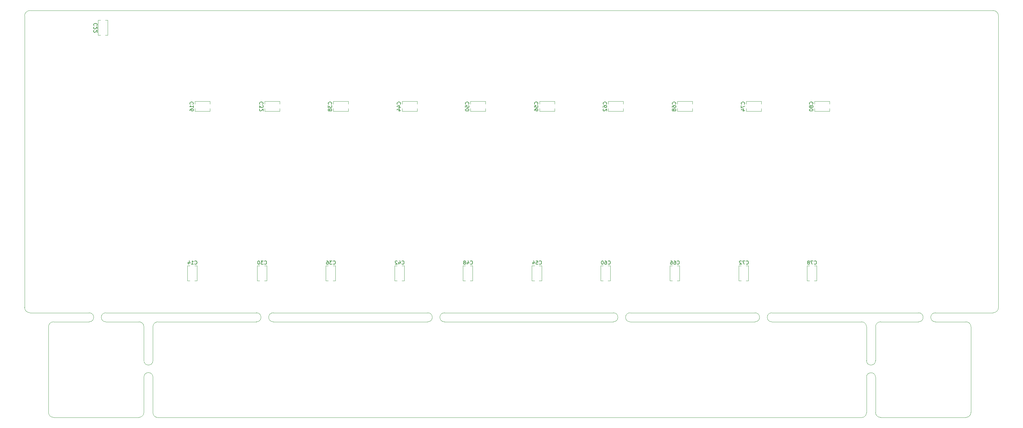
<source format=gbr>
G04 #@! TF.GenerationSoftware,KiCad,Pcbnew,(5.1.0)-1*
G04 #@! TF.CreationDate,2020-06-01T21:20:53-04:00*
G04 #@! TF.ProjectId,NixieAnalyzer,4e697869-6541-46e6-916c-797a65722e6b,rev?*
G04 #@! TF.SameCoordinates,Original*
G04 #@! TF.FileFunction,Legend,Bot*
G04 #@! TF.FilePolarity,Positive*
%FSLAX46Y46*%
G04 Gerber Fmt 4.6, Leading zero omitted, Abs format (unit mm)*
G04 Created by KiCad (PCBNEW (5.1.0)-1) date 2020-06-01 21:20:53*
%MOMM*%
%LPD*%
G04 APERTURE LIST*
%ADD10C,0.120000*%
%ADD11C,0.150000*%
G04 APERTURE END LIST*
D10*
X318452500Y-174053500D02*
G75*
G02X320992500Y-174053500I1270000J0D01*
G01*
X320992500Y-169354500D02*
G75*
G02X318452500Y-169354500I-1270000J0D01*
G01*
X337820000Y-158432500D02*
G75*
G02X337820000Y-155892500I0J1270000D01*
G01*
X333121000Y-155892500D02*
G75*
G02X333121000Y-158432500I0J-1270000D01*
G01*
X291782500Y-158432500D02*
G75*
G02X291782500Y-155892500I0J1270000D01*
G01*
X287083500Y-155892500D02*
G75*
G02X287083500Y-158432500I0J-1270000D01*
G01*
X247205500Y-155892500D02*
G75*
G02X247205500Y-158432500I0J-1270000D01*
G01*
X251904500Y-158432500D02*
G75*
G02X251904500Y-155892500I0J1270000D01*
G01*
X115062000Y-174034000D02*
G75*
G02X117602000Y-174034000I1270000J44000D01*
G01*
X117602000Y-169354500D02*
G75*
G02X115062000Y-169354500I-1270000J0D01*
G01*
X99651000Y-155892500D02*
G75*
G02X99651000Y-158432500I0J-1270000D01*
G01*
X104330500Y-158432500D02*
G75*
G02X104330500Y-155892500I0J1270000D01*
G01*
X151447500Y-158432500D02*
G75*
G02X151447500Y-155892500I0J1270000D01*
G01*
X146748500Y-155892500D02*
G75*
G02X146748500Y-158432500I0J-1270000D01*
G01*
X199644000Y-158432500D02*
G75*
G02X199644000Y-155892500I0J1270000D01*
G01*
X194964500Y-155892500D02*
G75*
G02X194964500Y-158432500I0J-1270000D01*
G01*
X81470500Y-72263000D02*
G75*
G02X82994500Y-70739000I1524000J0D01*
G01*
X354076000Y-70739000D02*
G75*
G02X355600000Y-72263000I0J-1524000D01*
G01*
X355600000Y-154368500D02*
G75*
G02X354076000Y-155892500I-1524000J0D01*
G01*
X82994500Y-155892500D02*
G75*
G02X81470500Y-154368500I0J1524000D01*
G01*
X337820000Y-158432500D02*
X346456000Y-158432500D01*
X333121000Y-158432500D02*
X322389500Y-158432500D01*
X331343000Y-155892500D02*
X333121000Y-155892500D01*
X320992500Y-169354500D02*
X320992500Y-161905500D01*
X320992500Y-183959500D02*
X320992500Y-174053500D01*
X318452500Y-174053500D02*
X318452500Y-184023000D01*
X318452500Y-159829500D02*
X318452500Y-169354500D01*
X291782500Y-158432500D02*
X317055500Y-158432500D01*
X251904500Y-158432500D02*
X287083500Y-158432500D01*
X199644000Y-158432500D02*
X247205500Y-158432500D01*
X151447500Y-158432500D02*
X194964500Y-158432500D01*
X118999000Y-158432500D02*
X146748500Y-158432500D01*
X117602000Y-169354500D02*
X117602000Y-159829500D01*
X117602000Y-184023000D02*
X117602000Y-174034000D01*
X115062000Y-174034000D02*
X115062000Y-183959500D01*
X115062000Y-159829500D02*
X115062000Y-169354500D01*
X104330500Y-158432500D02*
X113665000Y-158432500D01*
X99651000Y-158432500D02*
X89598500Y-158432500D01*
X337820000Y-155892500D02*
X354076000Y-155892500D01*
X291782500Y-155892500D02*
X331343000Y-155892500D01*
X251904500Y-155892500D02*
X287083500Y-155892500D01*
X199644000Y-155892500D02*
X247205500Y-155892500D01*
X151447500Y-155892500D02*
X194964500Y-155892500D01*
X104330500Y-155892500D02*
X146748500Y-155892500D01*
X82994500Y-155892500D02*
X99651000Y-155892500D01*
X81470500Y-72263000D02*
X81470500Y-154368500D01*
X354076000Y-70739000D02*
X82994500Y-70739000D01*
X355600000Y-154368500D02*
X355600000Y-72263000D01*
X322389500Y-185356500D02*
X346456000Y-185356500D01*
X322389500Y-185356500D02*
G75*
G02X320992500Y-183959500I0J1397000D01*
G01*
X347853000Y-183959500D02*
G75*
G02X346456000Y-185356500I-1397000J0D01*
G01*
X346456000Y-158432500D02*
G75*
G02X347853000Y-159829500I0J-1397000D01*
G01*
X347853000Y-159829500D02*
X347853000Y-183959500D01*
X320992500Y-161905500D02*
X320992500Y-159829500D01*
X320992500Y-159829500D02*
G75*
G02X322389500Y-158432500I1397000J0D01*
G01*
X88201500Y-159829500D02*
G75*
G02X89598500Y-158432500I1397000J0D01*
G01*
X89598500Y-185356500D02*
G75*
G02X88201500Y-183959500I0J1397000D01*
G01*
X115062000Y-183959500D02*
G75*
G02X113665000Y-185356500I-1397000J0D01*
G01*
X113665000Y-158432500D02*
G75*
G02X115062000Y-159829500I0J-1397000D01*
G01*
X88201500Y-161925000D02*
X88201500Y-159829500D01*
X89598500Y-185356500D02*
X113665000Y-185356500D01*
X88201500Y-161925000D02*
X88201500Y-183959500D01*
X317055500Y-158432500D02*
G75*
G02X318452500Y-159829500I0J-1397000D01*
G01*
X318452500Y-184023000D02*
G75*
G02X317055500Y-185420000I-1397000J0D01*
G01*
X118999000Y-185420000D02*
G75*
G02X117602000Y-184023000I0J1397000D01*
G01*
X117602000Y-159829500D02*
G75*
G02X118999000Y-158432500I1397000J0D01*
G01*
X118999000Y-185420000D02*
X123444000Y-185420000D01*
X123444000Y-185420000D02*
X317055500Y-185420000D01*
X303801500Y-99089530D02*
X308041500Y-99089530D01*
X303801500Y-96349530D02*
X308041500Y-96349530D01*
X303801500Y-99089530D02*
X303801500Y-98384530D01*
X303801500Y-97054530D02*
X303801500Y-96349530D01*
X308041500Y-99089530D02*
X308041500Y-98384530D01*
X308041500Y-97054530D02*
X308041500Y-96349530D01*
X301674000Y-142633030D02*
X301674000Y-146873030D01*
X304414000Y-142633030D02*
X304414000Y-146873030D01*
X301674000Y-142633030D02*
X302379000Y-142633030D01*
X303709000Y-142633030D02*
X304414000Y-142633030D01*
X301674000Y-146873030D02*
X302379000Y-146873030D01*
X303709000Y-146873030D02*
X304414000Y-146873030D01*
X284624500Y-99090530D02*
X288864500Y-99090530D01*
X284624500Y-96350530D02*
X288864500Y-96350530D01*
X284624500Y-99090530D02*
X284624500Y-98385530D01*
X284624500Y-97055530D02*
X284624500Y-96350530D01*
X288864500Y-99090530D02*
X288864500Y-98385530D01*
X288864500Y-97055530D02*
X288864500Y-96350530D01*
X282497000Y-142634030D02*
X282497000Y-146874030D01*
X285237000Y-142634030D02*
X285237000Y-146874030D01*
X282497000Y-142634030D02*
X283202000Y-142634030D01*
X284532000Y-142634030D02*
X285237000Y-142634030D01*
X282497000Y-146874030D02*
X283202000Y-146874030D01*
X284532000Y-146874030D02*
X285237000Y-146874030D01*
X265202500Y-99089530D02*
X269442500Y-99089530D01*
X265202500Y-96349530D02*
X269442500Y-96349530D01*
X265202500Y-99089530D02*
X265202500Y-98384530D01*
X265202500Y-97054530D02*
X265202500Y-96349530D01*
X269442500Y-99089530D02*
X269442500Y-98384530D01*
X269442500Y-97054530D02*
X269442500Y-96349530D01*
X263075000Y-142633030D02*
X263075000Y-146873030D01*
X265815000Y-142633030D02*
X265815000Y-146873030D01*
X263075000Y-142633030D02*
X263780000Y-142633030D01*
X265110000Y-142633030D02*
X265815000Y-142633030D01*
X263075000Y-146873030D02*
X263780000Y-146873030D01*
X265110000Y-146873030D02*
X265815000Y-146873030D01*
X245762500Y-99091530D02*
X250002500Y-99091530D01*
X245762500Y-96351530D02*
X250002500Y-96351530D01*
X245762500Y-99091530D02*
X245762500Y-98386530D01*
X245762500Y-97056530D02*
X245762500Y-96351530D01*
X250002500Y-99091530D02*
X250002500Y-98386530D01*
X250002500Y-97056530D02*
X250002500Y-96351530D01*
X243635000Y-142635030D02*
X243635000Y-146875030D01*
X246375000Y-142635030D02*
X246375000Y-146875030D01*
X243635000Y-142635030D02*
X244340000Y-142635030D01*
X245670000Y-142635030D02*
X246375000Y-142635030D01*
X243635000Y-146875030D02*
X244340000Y-146875030D01*
X245670000Y-146875030D02*
X246375000Y-146875030D01*
X226404000Y-99090530D02*
X230644000Y-99090530D01*
X226404000Y-96350530D02*
X230644000Y-96350530D01*
X226404000Y-99090530D02*
X226404000Y-98385530D01*
X226404000Y-97055530D02*
X226404000Y-96350530D01*
X230644000Y-99090530D02*
X230644000Y-98385530D01*
X230644000Y-97055530D02*
X230644000Y-96350530D01*
X224276500Y-142634030D02*
X224276500Y-146874030D01*
X227016500Y-142634030D02*
X227016500Y-146874030D01*
X224276500Y-142634030D02*
X224981500Y-142634030D01*
X226311500Y-142634030D02*
X227016500Y-142634030D01*
X224276500Y-146874030D02*
X224981500Y-146874030D01*
X226311500Y-146874030D02*
X227016500Y-146874030D01*
X206982000Y-99089530D02*
X211222000Y-99089530D01*
X206982000Y-96349530D02*
X211222000Y-96349530D01*
X206982000Y-99089530D02*
X206982000Y-98384530D01*
X206982000Y-97054530D02*
X206982000Y-96349530D01*
X211222000Y-99089530D02*
X211222000Y-98384530D01*
X211222000Y-97054530D02*
X211222000Y-96349530D01*
X204854500Y-142633030D02*
X204854500Y-146873030D01*
X207594500Y-142633030D02*
X207594500Y-146873030D01*
X204854500Y-142633030D02*
X205559500Y-142633030D01*
X206889500Y-142633030D02*
X207594500Y-142633030D01*
X204854500Y-146873030D02*
X205559500Y-146873030D01*
X206889500Y-146873030D02*
X207594500Y-146873030D01*
X187732500Y-99091530D02*
X191972500Y-99091530D01*
X187732500Y-96351530D02*
X191972500Y-96351530D01*
X187732500Y-99091530D02*
X187732500Y-98386530D01*
X187732500Y-97056530D02*
X187732500Y-96351530D01*
X191972500Y-99091530D02*
X191972500Y-98386530D01*
X191972500Y-97056530D02*
X191972500Y-96351530D01*
X185605000Y-142635030D02*
X185605000Y-146875030D01*
X188345000Y-142635030D02*
X188345000Y-146875030D01*
X185605000Y-142635030D02*
X186310000Y-142635030D01*
X187640000Y-142635030D02*
X188345000Y-142635030D01*
X185605000Y-146875030D02*
X186310000Y-146875030D01*
X187640000Y-146875030D02*
X188345000Y-146875030D01*
X168374000Y-99090530D02*
X172614000Y-99090530D01*
X168374000Y-96350530D02*
X172614000Y-96350530D01*
X168374000Y-99090530D02*
X168374000Y-98385530D01*
X168374000Y-97055530D02*
X168374000Y-96350530D01*
X172614000Y-99090530D02*
X172614000Y-98385530D01*
X172614000Y-97055530D02*
X172614000Y-96350530D01*
X166246500Y-142634030D02*
X166246500Y-146874030D01*
X168986500Y-142634030D02*
X168986500Y-146874030D01*
X166246500Y-142634030D02*
X166951500Y-142634030D01*
X168281500Y-142634030D02*
X168986500Y-142634030D01*
X166246500Y-146874030D02*
X166951500Y-146874030D01*
X168281500Y-146874030D02*
X168986500Y-146874030D01*
X149030000Y-99082530D02*
X153270000Y-99082530D01*
X149030000Y-96342530D02*
X153270000Y-96342530D01*
X149030000Y-99082530D02*
X149030000Y-98377530D01*
X149030000Y-97047530D02*
X149030000Y-96342530D01*
X153270000Y-99082530D02*
X153270000Y-98377530D01*
X153270000Y-97047530D02*
X153270000Y-96342530D01*
X146902500Y-142626030D02*
X146902500Y-146866030D01*
X149642500Y-142626030D02*
X149642500Y-146866030D01*
X146902500Y-142626030D02*
X147607500Y-142626030D01*
X148937500Y-142626030D02*
X149642500Y-142626030D01*
X146902500Y-146866030D02*
X147607500Y-146866030D01*
X148937500Y-146866030D02*
X149642500Y-146866030D01*
X129408500Y-99082530D02*
X133648500Y-99082530D01*
X129408500Y-96342530D02*
X133648500Y-96342530D01*
X129408500Y-99082530D02*
X129408500Y-98377530D01*
X129408500Y-97047530D02*
X129408500Y-96342530D01*
X133648500Y-99082530D02*
X133648500Y-98377530D01*
X133648500Y-97047530D02*
X133648500Y-96342530D01*
X104875000Y-77728500D02*
X104875000Y-73488500D01*
X102135000Y-77728500D02*
X102135000Y-73488500D01*
X104875000Y-77728500D02*
X104170000Y-77728500D01*
X102840000Y-77728500D02*
X102135000Y-77728500D01*
X104875000Y-73488500D02*
X104170000Y-73488500D01*
X102840000Y-73488500D02*
X102135000Y-73488500D01*
X127281000Y-142626030D02*
X127281000Y-146866030D01*
X130021000Y-142626030D02*
X130021000Y-146866030D01*
X127281000Y-142626030D02*
X127986000Y-142626030D01*
X129316000Y-142626030D02*
X130021000Y-142626030D01*
X127281000Y-146866030D02*
X127986000Y-146866030D01*
X129316000Y-146866030D02*
X130021000Y-146866030D01*
D11*
X303274142Y-97140172D02*
X303321761Y-97092553D01*
X303369380Y-96949696D01*
X303369380Y-96854458D01*
X303321761Y-96711601D01*
X303226523Y-96616363D01*
X303131285Y-96568744D01*
X302940809Y-96521125D01*
X302797952Y-96521125D01*
X302607476Y-96568744D01*
X302512238Y-96616363D01*
X302417000Y-96711601D01*
X302369380Y-96854458D01*
X302369380Y-96949696D01*
X302417000Y-97092553D01*
X302464619Y-97140172D01*
X302797952Y-97711601D02*
X302750333Y-97616363D01*
X302702714Y-97568744D01*
X302607476Y-97521125D01*
X302559857Y-97521125D01*
X302464619Y-97568744D01*
X302417000Y-97616363D01*
X302369380Y-97711601D01*
X302369380Y-97902077D01*
X302417000Y-97997315D01*
X302464619Y-98044934D01*
X302559857Y-98092553D01*
X302607476Y-98092553D01*
X302702714Y-98044934D01*
X302750333Y-97997315D01*
X302797952Y-97902077D01*
X302797952Y-97711601D01*
X302845571Y-97616363D01*
X302893190Y-97568744D01*
X302988428Y-97521125D01*
X303178904Y-97521125D01*
X303274142Y-97568744D01*
X303321761Y-97616363D01*
X303369380Y-97711601D01*
X303369380Y-97902077D01*
X303321761Y-97997315D01*
X303274142Y-98044934D01*
X303178904Y-98092553D01*
X302988428Y-98092553D01*
X302893190Y-98044934D01*
X302845571Y-97997315D01*
X302797952Y-97902077D01*
X302369380Y-98711601D02*
X302369380Y-98806839D01*
X302417000Y-98902077D01*
X302464619Y-98949696D01*
X302559857Y-98997315D01*
X302750333Y-99044934D01*
X302988428Y-99044934D01*
X303178904Y-98997315D01*
X303274142Y-98949696D01*
X303321761Y-98902077D01*
X303369380Y-98806839D01*
X303369380Y-98711601D01*
X303321761Y-98616363D01*
X303274142Y-98568744D01*
X303178904Y-98521125D01*
X302988428Y-98473506D01*
X302750333Y-98473506D01*
X302559857Y-98521125D01*
X302464619Y-98568744D01*
X302417000Y-98616363D01*
X302369380Y-98711601D01*
X303750357Y-142145672D02*
X303797976Y-142193291D01*
X303940833Y-142240910D01*
X304036071Y-142240910D01*
X304178928Y-142193291D01*
X304274166Y-142098053D01*
X304321785Y-142002815D01*
X304369404Y-141812339D01*
X304369404Y-141669482D01*
X304321785Y-141479006D01*
X304274166Y-141383768D01*
X304178928Y-141288530D01*
X304036071Y-141240910D01*
X303940833Y-141240910D01*
X303797976Y-141288530D01*
X303750357Y-141336149D01*
X303417023Y-141240910D02*
X302750357Y-141240910D01*
X303178928Y-142240910D01*
X302226547Y-141669482D02*
X302321785Y-141621863D01*
X302369404Y-141574244D01*
X302417023Y-141479006D01*
X302417023Y-141431387D01*
X302369404Y-141336149D01*
X302321785Y-141288530D01*
X302226547Y-141240910D01*
X302036071Y-141240910D01*
X301940833Y-141288530D01*
X301893214Y-141336149D01*
X301845595Y-141431387D01*
X301845595Y-141479006D01*
X301893214Y-141574244D01*
X301940833Y-141621863D01*
X302036071Y-141669482D01*
X302226547Y-141669482D01*
X302321785Y-141717101D01*
X302369404Y-141764720D01*
X302417023Y-141859958D01*
X302417023Y-142050434D01*
X302369404Y-142145672D01*
X302321785Y-142193291D01*
X302226547Y-142240910D01*
X302036071Y-142240910D01*
X301940833Y-142193291D01*
X301893214Y-142145672D01*
X301845595Y-142050434D01*
X301845595Y-141859958D01*
X301893214Y-141764720D01*
X301940833Y-141717101D01*
X302036071Y-141669482D01*
X284097142Y-97141172D02*
X284144761Y-97093553D01*
X284192380Y-96950696D01*
X284192380Y-96855458D01*
X284144761Y-96712601D01*
X284049523Y-96617363D01*
X283954285Y-96569744D01*
X283763809Y-96522125D01*
X283620952Y-96522125D01*
X283430476Y-96569744D01*
X283335238Y-96617363D01*
X283240000Y-96712601D01*
X283192380Y-96855458D01*
X283192380Y-96950696D01*
X283240000Y-97093553D01*
X283287619Y-97141172D01*
X283192380Y-97474506D02*
X283192380Y-98141172D01*
X284192380Y-97712601D01*
X283525714Y-98950696D02*
X284192380Y-98950696D01*
X283144761Y-98712601D02*
X283859047Y-98474506D01*
X283859047Y-99093553D01*
X284573357Y-142146672D02*
X284620976Y-142194291D01*
X284763833Y-142241910D01*
X284859071Y-142241910D01*
X285001928Y-142194291D01*
X285097166Y-142099053D01*
X285144785Y-142003815D01*
X285192404Y-141813339D01*
X285192404Y-141670482D01*
X285144785Y-141480006D01*
X285097166Y-141384768D01*
X285001928Y-141289530D01*
X284859071Y-141241910D01*
X284763833Y-141241910D01*
X284620976Y-141289530D01*
X284573357Y-141337149D01*
X284240023Y-141241910D02*
X283573357Y-141241910D01*
X284001928Y-142241910D01*
X283240023Y-141337149D02*
X283192404Y-141289530D01*
X283097166Y-141241910D01*
X282859071Y-141241910D01*
X282763833Y-141289530D01*
X282716214Y-141337149D01*
X282668595Y-141432387D01*
X282668595Y-141527625D01*
X282716214Y-141670482D01*
X283287642Y-142241910D01*
X282668595Y-142241910D01*
X264675142Y-97140172D02*
X264722761Y-97092553D01*
X264770380Y-96949696D01*
X264770380Y-96854458D01*
X264722761Y-96711601D01*
X264627523Y-96616363D01*
X264532285Y-96568744D01*
X264341809Y-96521125D01*
X264198952Y-96521125D01*
X264008476Y-96568744D01*
X263913238Y-96616363D01*
X263818000Y-96711601D01*
X263770380Y-96854458D01*
X263770380Y-96949696D01*
X263818000Y-97092553D01*
X263865619Y-97140172D01*
X263770380Y-97997315D02*
X263770380Y-97806839D01*
X263818000Y-97711601D01*
X263865619Y-97663982D01*
X264008476Y-97568744D01*
X264198952Y-97521125D01*
X264579904Y-97521125D01*
X264675142Y-97568744D01*
X264722761Y-97616363D01*
X264770380Y-97711601D01*
X264770380Y-97902077D01*
X264722761Y-97997315D01*
X264675142Y-98044934D01*
X264579904Y-98092553D01*
X264341809Y-98092553D01*
X264246571Y-98044934D01*
X264198952Y-97997315D01*
X264151333Y-97902077D01*
X264151333Y-97711601D01*
X264198952Y-97616363D01*
X264246571Y-97568744D01*
X264341809Y-97521125D01*
X264198952Y-98663982D02*
X264151333Y-98568744D01*
X264103714Y-98521125D01*
X264008476Y-98473506D01*
X263960857Y-98473506D01*
X263865619Y-98521125D01*
X263818000Y-98568744D01*
X263770380Y-98663982D01*
X263770380Y-98854458D01*
X263818000Y-98949696D01*
X263865619Y-98997315D01*
X263960857Y-99044934D01*
X264008476Y-99044934D01*
X264103714Y-98997315D01*
X264151333Y-98949696D01*
X264198952Y-98854458D01*
X264198952Y-98663982D01*
X264246571Y-98568744D01*
X264294190Y-98521125D01*
X264389428Y-98473506D01*
X264579904Y-98473506D01*
X264675142Y-98521125D01*
X264722761Y-98568744D01*
X264770380Y-98663982D01*
X264770380Y-98854458D01*
X264722761Y-98949696D01*
X264675142Y-98997315D01*
X264579904Y-99044934D01*
X264389428Y-99044934D01*
X264294190Y-98997315D01*
X264246571Y-98949696D01*
X264198952Y-98854458D01*
X265151357Y-142145672D02*
X265198976Y-142193291D01*
X265341833Y-142240910D01*
X265437071Y-142240910D01*
X265579928Y-142193291D01*
X265675166Y-142098053D01*
X265722785Y-142002815D01*
X265770404Y-141812339D01*
X265770404Y-141669482D01*
X265722785Y-141479006D01*
X265675166Y-141383768D01*
X265579928Y-141288530D01*
X265437071Y-141240910D01*
X265341833Y-141240910D01*
X265198976Y-141288530D01*
X265151357Y-141336149D01*
X264294214Y-141240910D02*
X264484690Y-141240910D01*
X264579928Y-141288530D01*
X264627547Y-141336149D01*
X264722785Y-141479006D01*
X264770404Y-141669482D01*
X264770404Y-142050434D01*
X264722785Y-142145672D01*
X264675166Y-142193291D01*
X264579928Y-142240910D01*
X264389452Y-142240910D01*
X264294214Y-142193291D01*
X264246595Y-142145672D01*
X264198976Y-142050434D01*
X264198976Y-141812339D01*
X264246595Y-141717101D01*
X264294214Y-141669482D01*
X264389452Y-141621863D01*
X264579928Y-141621863D01*
X264675166Y-141669482D01*
X264722785Y-141717101D01*
X264770404Y-141812339D01*
X263341833Y-141240910D02*
X263532309Y-141240910D01*
X263627547Y-141288530D01*
X263675166Y-141336149D01*
X263770404Y-141479006D01*
X263818023Y-141669482D01*
X263818023Y-142050434D01*
X263770404Y-142145672D01*
X263722785Y-142193291D01*
X263627547Y-142240910D01*
X263437071Y-142240910D01*
X263341833Y-142193291D01*
X263294214Y-142145672D01*
X263246595Y-142050434D01*
X263246595Y-141812339D01*
X263294214Y-141717101D01*
X263341833Y-141669482D01*
X263437071Y-141621863D01*
X263627547Y-141621863D01*
X263722785Y-141669482D01*
X263770404Y-141717101D01*
X263818023Y-141812339D01*
X245235142Y-97142172D02*
X245282761Y-97094553D01*
X245330380Y-96951696D01*
X245330380Y-96856458D01*
X245282761Y-96713601D01*
X245187523Y-96618363D01*
X245092285Y-96570744D01*
X244901809Y-96523125D01*
X244758952Y-96523125D01*
X244568476Y-96570744D01*
X244473238Y-96618363D01*
X244378000Y-96713601D01*
X244330380Y-96856458D01*
X244330380Y-96951696D01*
X244378000Y-97094553D01*
X244425619Y-97142172D01*
X244330380Y-97999315D02*
X244330380Y-97808839D01*
X244378000Y-97713601D01*
X244425619Y-97665982D01*
X244568476Y-97570744D01*
X244758952Y-97523125D01*
X245139904Y-97523125D01*
X245235142Y-97570744D01*
X245282761Y-97618363D01*
X245330380Y-97713601D01*
X245330380Y-97904077D01*
X245282761Y-97999315D01*
X245235142Y-98046934D01*
X245139904Y-98094553D01*
X244901809Y-98094553D01*
X244806571Y-98046934D01*
X244758952Y-97999315D01*
X244711333Y-97904077D01*
X244711333Y-97713601D01*
X244758952Y-97618363D01*
X244806571Y-97570744D01*
X244901809Y-97523125D01*
X244425619Y-98475506D02*
X244378000Y-98523125D01*
X244330380Y-98618363D01*
X244330380Y-98856458D01*
X244378000Y-98951696D01*
X244425619Y-98999315D01*
X244520857Y-99046934D01*
X244616095Y-99046934D01*
X244758952Y-98999315D01*
X245330380Y-98427887D01*
X245330380Y-99046934D01*
X245711357Y-142147672D02*
X245758976Y-142195291D01*
X245901833Y-142242910D01*
X245997071Y-142242910D01*
X246139928Y-142195291D01*
X246235166Y-142100053D01*
X246282785Y-142004815D01*
X246330404Y-141814339D01*
X246330404Y-141671482D01*
X246282785Y-141481006D01*
X246235166Y-141385768D01*
X246139928Y-141290530D01*
X245997071Y-141242910D01*
X245901833Y-141242910D01*
X245758976Y-141290530D01*
X245711357Y-141338149D01*
X244854214Y-141242910D02*
X245044690Y-141242910D01*
X245139928Y-141290530D01*
X245187547Y-141338149D01*
X245282785Y-141481006D01*
X245330404Y-141671482D01*
X245330404Y-142052434D01*
X245282785Y-142147672D01*
X245235166Y-142195291D01*
X245139928Y-142242910D01*
X244949452Y-142242910D01*
X244854214Y-142195291D01*
X244806595Y-142147672D01*
X244758976Y-142052434D01*
X244758976Y-141814339D01*
X244806595Y-141719101D01*
X244854214Y-141671482D01*
X244949452Y-141623863D01*
X245139928Y-141623863D01*
X245235166Y-141671482D01*
X245282785Y-141719101D01*
X245330404Y-141814339D01*
X244139928Y-141242910D02*
X244044690Y-141242910D01*
X243949452Y-141290530D01*
X243901833Y-141338149D01*
X243854214Y-141433387D01*
X243806595Y-141623863D01*
X243806595Y-141861958D01*
X243854214Y-142052434D01*
X243901833Y-142147672D01*
X243949452Y-142195291D01*
X244044690Y-142242910D01*
X244139928Y-142242910D01*
X244235166Y-142195291D01*
X244282785Y-142147672D01*
X244330404Y-142052434D01*
X244378023Y-141861958D01*
X244378023Y-141623863D01*
X244330404Y-141433387D01*
X244282785Y-141338149D01*
X244235166Y-141290530D01*
X244139928Y-141242910D01*
X225876642Y-97141172D02*
X225924261Y-97093553D01*
X225971880Y-96950696D01*
X225971880Y-96855458D01*
X225924261Y-96712601D01*
X225829023Y-96617363D01*
X225733785Y-96569744D01*
X225543309Y-96522125D01*
X225400452Y-96522125D01*
X225209976Y-96569744D01*
X225114738Y-96617363D01*
X225019500Y-96712601D01*
X224971880Y-96855458D01*
X224971880Y-96950696D01*
X225019500Y-97093553D01*
X225067119Y-97141172D01*
X224971880Y-98045934D02*
X224971880Y-97569744D01*
X225448071Y-97522125D01*
X225400452Y-97569744D01*
X225352833Y-97664982D01*
X225352833Y-97903077D01*
X225400452Y-97998315D01*
X225448071Y-98045934D01*
X225543309Y-98093553D01*
X225781404Y-98093553D01*
X225876642Y-98045934D01*
X225924261Y-97998315D01*
X225971880Y-97903077D01*
X225971880Y-97664982D01*
X225924261Y-97569744D01*
X225876642Y-97522125D01*
X224971880Y-98950696D02*
X224971880Y-98760220D01*
X225019500Y-98664982D01*
X225067119Y-98617363D01*
X225209976Y-98522125D01*
X225400452Y-98474506D01*
X225781404Y-98474506D01*
X225876642Y-98522125D01*
X225924261Y-98569744D01*
X225971880Y-98664982D01*
X225971880Y-98855458D01*
X225924261Y-98950696D01*
X225876642Y-98998315D01*
X225781404Y-99045934D01*
X225543309Y-99045934D01*
X225448071Y-98998315D01*
X225400452Y-98950696D01*
X225352833Y-98855458D01*
X225352833Y-98664982D01*
X225400452Y-98569744D01*
X225448071Y-98522125D01*
X225543309Y-98474506D01*
X226352857Y-142146672D02*
X226400476Y-142194291D01*
X226543333Y-142241910D01*
X226638571Y-142241910D01*
X226781428Y-142194291D01*
X226876666Y-142099053D01*
X226924285Y-142003815D01*
X226971904Y-141813339D01*
X226971904Y-141670482D01*
X226924285Y-141480006D01*
X226876666Y-141384768D01*
X226781428Y-141289530D01*
X226638571Y-141241910D01*
X226543333Y-141241910D01*
X226400476Y-141289530D01*
X226352857Y-141337149D01*
X225448095Y-141241910D02*
X225924285Y-141241910D01*
X225971904Y-141718101D01*
X225924285Y-141670482D01*
X225829047Y-141622863D01*
X225590952Y-141622863D01*
X225495714Y-141670482D01*
X225448095Y-141718101D01*
X225400476Y-141813339D01*
X225400476Y-142051434D01*
X225448095Y-142146672D01*
X225495714Y-142194291D01*
X225590952Y-142241910D01*
X225829047Y-142241910D01*
X225924285Y-142194291D01*
X225971904Y-142146672D01*
X224543333Y-141575244D02*
X224543333Y-142241910D01*
X224781428Y-141194291D02*
X225019523Y-141908577D01*
X224400476Y-141908577D01*
X206454642Y-97140172D02*
X206502261Y-97092553D01*
X206549880Y-96949696D01*
X206549880Y-96854458D01*
X206502261Y-96711601D01*
X206407023Y-96616363D01*
X206311785Y-96568744D01*
X206121309Y-96521125D01*
X205978452Y-96521125D01*
X205787976Y-96568744D01*
X205692738Y-96616363D01*
X205597500Y-96711601D01*
X205549880Y-96854458D01*
X205549880Y-96949696D01*
X205597500Y-97092553D01*
X205645119Y-97140172D01*
X205549880Y-98044934D02*
X205549880Y-97568744D01*
X206026071Y-97521125D01*
X205978452Y-97568744D01*
X205930833Y-97663982D01*
X205930833Y-97902077D01*
X205978452Y-97997315D01*
X206026071Y-98044934D01*
X206121309Y-98092553D01*
X206359404Y-98092553D01*
X206454642Y-98044934D01*
X206502261Y-97997315D01*
X206549880Y-97902077D01*
X206549880Y-97663982D01*
X206502261Y-97568744D01*
X206454642Y-97521125D01*
X205549880Y-98711601D02*
X205549880Y-98806839D01*
X205597500Y-98902077D01*
X205645119Y-98949696D01*
X205740357Y-98997315D01*
X205930833Y-99044934D01*
X206168928Y-99044934D01*
X206359404Y-98997315D01*
X206454642Y-98949696D01*
X206502261Y-98902077D01*
X206549880Y-98806839D01*
X206549880Y-98711601D01*
X206502261Y-98616363D01*
X206454642Y-98568744D01*
X206359404Y-98521125D01*
X206168928Y-98473506D01*
X205930833Y-98473506D01*
X205740357Y-98521125D01*
X205645119Y-98568744D01*
X205597500Y-98616363D01*
X205549880Y-98711601D01*
X206930857Y-142145672D02*
X206978476Y-142193291D01*
X207121333Y-142240910D01*
X207216571Y-142240910D01*
X207359428Y-142193291D01*
X207454666Y-142098053D01*
X207502285Y-142002815D01*
X207549904Y-141812339D01*
X207549904Y-141669482D01*
X207502285Y-141479006D01*
X207454666Y-141383768D01*
X207359428Y-141288530D01*
X207216571Y-141240910D01*
X207121333Y-141240910D01*
X206978476Y-141288530D01*
X206930857Y-141336149D01*
X206073714Y-141574244D02*
X206073714Y-142240910D01*
X206311809Y-141193291D02*
X206549904Y-141907577D01*
X205930857Y-141907577D01*
X205407047Y-141669482D02*
X205502285Y-141621863D01*
X205549904Y-141574244D01*
X205597523Y-141479006D01*
X205597523Y-141431387D01*
X205549904Y-141336149D01*
X205502285Y-141288530D01*
X205407047Y-141240910D01*
X205216571Y-141240910D01*
X205121333Y-141288530D01*
X205073714Y-141336149D01*
X205026095Y-141431387D01*
X205026095Y-141479006D01*
X205073714Y-141574244D01*
X205121333Y-141621863D01*
X205216571Y-141669482D01*
X205407047Y-141669482D01*
X205502285Y-141717101D01*
X205549904Y-141764720D01*
X205597523Y-141859958D01*
X205597523Y-142050434D01*
X205549904Y-142145672D01*
X205502285Y-142193291D01*
X205407047Y-142240910D01*
X205216571Y-142240910D01*
X205121333Y-142193291D01*
X205073714Y-142145672D01*
X205026095Y-142050434D01*
X205026095Y-141859958D01*
X205073714Y-141764720D01*
X205121333Y-141717101D01*
X205216571Y-141669482D01*
X187205142Y-97142172D02*
X187252761Y-97094553D01*
X187300380Y-96951696D01*
X187300380Y-96856458D01*
X187252761Y-96713601D01*
X187157523Y-96618363D01*
X187062285Y-96570744D01*
X186871809Y-96523125D01*
X186728952Y-96523125D01*
X186538476Y-96570744D01*
X186443238Y-96618363D01*
X186348000Y-96713601D01*
X186300380Y-96856458D01*
X186300380Y-96951696D01*
X186348000Y-97094553D01*
X186395619Y-97142172D01*
X186633714Y-97999315D02*
X187300380Y-97999315D01*
X186252761Y-97761220D02*
X186967047Y-97523125D01*
X186967047Y-98142172D01*
X186633714Y-98951696D02*
X187300380Y-98951696D01*
X186252761Y-98713601D02*
X186967047Y-98475506D01*
X186967047Y-99094553D01*
X187681357Y-142147672D02*
X187728976Y-142195291D01*
X187871833Y-142242910D01*
X187967071Y-142242910D01*
X188109928Y-142195291D01*
X188205166Y-142100053D01*
X188252785Y-142004815D01*
X188300404Y-141814339D01*
X188300404Y-141671482D01*
X188252785Y-141481006D01*
X188205166Y-141385768D01*
X188109928Y-141290530D01*
X187967071Y-141242910D01*
X187871833Y-141242910D01*
X187728976Y-141290530D01*
X187681357Y-141338149D01*
X186824214Y-141576244D02*
X186824214Y-142242910D01*
X187062309Y-141195291D02*
X187300404Y-141909577D01*
X186681357Y-141909577D01*
X186348023Y-141338149D02*
X186300404Y-141290530D01*
X186205166Y-141242910D01*
X185967071Y-141242910D01*
X185871833Y-141290530D01*
X185824214Y-141338149D01*
X185776595Y-141433387D01*
X185776595Y-141528625D01*
X185824214Y-141671482D01*
X186395642Y-142242910D01*
X185776595Y-142242910D01*
X167846642Y-97141172D02*
X167894261Y-97093553D01*
X167941880Y-96950696D01*
X167941880Y-96855458D01*
X167894261Y-96712601D01*
X167799023Y-96617363D01*
X167703785Y-96569744D01*
X167513309Y-96522125D01*
X167370452Y-96522125D01*
X167179976Y-96569744D01*
X167084738Y-96617363D01*
X166989500Y-96712601D01*
X166941880Y-96855458D01*
X166941880Y-96950696D01*
X166989500Y-97093553D01*
X167037119Y-97141172D01*
X166941880Y-97474506D02*
X166941880Y-98093553D01*
X167322833Y-97760220D01*
X167322833Y-97903077D01*
X167370452Y-97998315D01*
X167418071Y-98045934D01*
X167513309Y-98093553D01*
X167751404Y-98093553D01*
X167846642Y-98045934D01*
X167894261Y-97998315D01*
X167941880Y-97903077D01*
X167941880Y-97617363D01*
X167894261Y-97522125D01*
X167846642Y-97474506D01*
X167370452Y-98664982D02*
X167322833Y-98569744D01*
X167275214Y-98522125D01*
X167179976Y-98474506D01*
X167132357Y-98474506D01*
X167037119Y-98522125D01*
X166989500Y-98569744D01*
X166941880Y-98664982D01*
X166941880Y-98855458D01*
X166989500Y-98950696D01*
X167037119Y-98998315D01*
X167132357Y-99045934D01*
X167179976Y-99045934D01*
X167275214Y-98998315D01*
X167322833Y-98950696D01*
X167370452Y-98855458D01*
X167370452Y-98664982D01*
X167418071Y-98569744D01*
X167465690Y-98522125D01*
X167560928Y-98474506D01*
X167751404Y-98474506D01*
X167846642Y-98522125D01*
X167894261Y-98569744D01*
X167941880Y-98664982D01*
X167941880Y-98855458D01*
X167894261Y-98950696D01*
X167846642Y-98998315D01*
X167751404Y-99045934D01*
X167560928Y-99045934D01*
X167465690Y-98998315D01*
X167418071Y-98950696D01*
X167370452Y-98855458D01*
X168322857Y-142146672D02*
X168370476Y-142194291D01*
X168513333Y-142241910D01*
X168608571Y-142241910D01*
X168751428Y-142194291D01*
X168846666Y-142099053D01*
X168894285Y-142003815D01*
X168941904Y-141813339D01*
X168941904Y-141670482D01*
X168894285Y-141480006D01*
X168846666Y-141384768D01*
X168751428Y-141289530D01*
X168608571Y-141241910D01*
X168513333Y-141241910D01*
X168370476Y-141289530D01*
X168322857Y-141337149D01*
X167989523Y-141241910D02*
X167370476Y-141241910D01*
X167703809Y-141622863D01*
X167560952Y-141622863D01*
X167465714Y-141670482D01*
X167418095Y-141718101D01*
X167370476Y-141813339D01*
X167370476Y-142051434D01*
X167418095Y-142146672D01*
X167465714Y-142194291D01*
X167560952Y-142241910D01*
X167846666Y-142241910D01*
X167941904Y-142194291D01*
X167989523Y-142146672D01*
X166513333Y-141241910D02*
X166703809Y-141241910D01*
X166799047Y-141289530D01*
X166846666Y-141337149D01*
X166941904Y-141480006D01*
X166989523Y-141670482D01*
X166989523Y-142051434D01*
X166941904Y-142146672D01*
X166894285Y-142194291D01*
X166799047Y-142241910D01*
X166608571Y-142241910D01*
X166513333Y-142194291D01*
X166465714Y-142146672D01*
X166418095Y-142051434D01*
X166418095Y-141813339D01*
X166465714Y-141718101D01*
X166513333Y-141670482D01*
X166608571Y-141622863D01*
X166799047Y-141622863D01*
X166894285Y-141670482D01*
X166941904Y-141718101D01*
X166989523Y-141813339D01*
X148502642Y-97133172D02*
X148550261Y-97085553D01*
X148597880Y-96942696D01*
X148597880Y-96847458D01*
X148550261Y-96704601D01*
X148455023Y-96609363D01*
X148359785Y-96561744D01*
X148169309Y-96514125D01*
X148026452Y-96514125D01*
X147835976Y-96561744D01*
X147740738Y-96609363D01*
X147645500Y-96704601D01*
X147597880Y-96847458D01*
X147597880Y-96942696D01*
X147645500Y-97085553D01*
X147693119Y-97133172D01*
X147597880Y-97466506D02*
X147597880Y-98085553D01*
X147978833Y-97752220D01*
X147978833Y-97895077D01*
X148026452Y-97990315D01*
X148074071Y-98037934D01*
X148169309Y-98085553D01*
X148407404Y-98085553D01*
X148502642Y-98037934D01*
X148550261Y-97990315D01*
X148597880Y-97895077D01*
X148597880Y-97609363D01*
X148550261Y-97514125D01*
X148502642Y-97466506D01*
X147693119Y-98466506D02*
X147645500Y-98514125D01*
X147597880Y-98609363D01*
X147597880Y-98847458D01*
X147645500Y-98942696D01*
X147693119Y-98990315D01*
X147788357Y-99037934D01*
X147883595Y-99037934D01*
X148026452Y-98990315D01*
X148597880Y-98418887D01*
X148597880Y-99037934D01*
X148978857Y-142138672D02*
X149026476Y-142186291D01*
X149169333Y-142233910D01*
X149264571Y-142233910D01*
X149407428Y-142186291D01*
X149502666Y-142091053D01*
X149550285Y-141995815D01*
X149597904Y-141805339D01*
X149597904Y-141662482D01*
X149550285Y-141472006D01*
X149502666Y-141376768D01*
X149407428Y-141281530D01*
X149264571Y-141233910D01*
X149169333Y-141233910D01*
X149026476Y-141281530D01*
X148978857Y-141329149D01*
X148645523Y-141233910D02*
X148026476Y-141233910D01*
X148359809Y-141614863D01*
X148216952Y-141614863D01*
X148121714Y-141662482D01*
X148074095Y-141710101D01*
X148026476Y-141805339D01*
X148026476Y-142043434D01*
X148074095Y-142138672D01*
X148121714Y-142186291D01*
X148216952Y-142233910D01*
X148502666Y-142233910D01*
X148597904Y-142186291D01*
X148645523Y-142138672D01*
X147407428Y-141233910D02*
X147312190Y-141233910D01*
X147216952Y-141281530D01*
X147169333Y-141329149D01*
X147121714Y-141424387D01*
X147074095Y-141614863D01*
X147074095Y-141852958D01*
X147121714Y-142043434D01*
X147169333Y-142138672D01*
X147216952Y-142186291D01*
X147312190Y-142233910D01*
X147407428Y-142233910D01*
X147502666Y-142186291D01*
X147550285Y-142138672D01*
X147597904Y-142043434D01*
X147645523Y-141852958D01*
X147645523Y-141614863D01*
X147597904Y-141424387D01*
X147550285Y-141329149D01*
X147502666Y-141281530D01*
X147407428Y-141233910D01*
X128881142Y-97133172D02*
X128928761Y-97085553D01*
X128976380Y-96942696D01*
X128976380Y-96847458D01*
X128928761Y-96704601D01*
X128833523Y-96609363D01*
X128738285Y-96561744D01*
X128547809Y-96514125D01*
X128404952Y-96514125D01*
X128214476Y-96561744D01*
X128119238Y-96609363D01*
X128024000Y-96704601D01*
X127976380Y-96847458D01*
X127976380Y-96942696D01*
X128024000Y-97085553D01*
X128071619Y-97133172D01*
X128976380Y-98085553D02*
X128976380Y-97514125D01*
X128976380Y-97799839D02*
X127976380Y-97799839D01*
X128119238Y-97704601D01*
X128214476Y-97609363D01*
X128262095Y-97514125D01*
X127976380Y-98942696D02*
X127976380Y-98752220D01*
X128024000Y-98656982D01*
X128071619Y-98609363D01*
X128214476Y-98514125D01*
X128404952Y-98466506D01*
X128785904Y-98466506D01*
X128881142Y-98514125D01*
X128928761Y-98561744D01*
X128976380Y-98656982D01*
X128976380Y-98847458D01*
X128928761Y-98942696D01*
X128881142Y-98990315D01*
X128785904Y-99037934D01*
X128547809Y-99037934D01*
X128452571Y-98990315D01*
X128404952Y-98942696D01*
X128357333Y-98847458D01*
X128357333Y-98656982D01*
X128404952Y-98561744D01*
X128452571Y-98514125D01*
X128547809Y-98466506D01*
X101830142Y-74985642D02*
X101877761Y-74938023D01*
X101925380Y-74795166D01*
X101925380Y-74699928D01*
X101877761Y-74557071D01*
X101782523Y-74461833D01*
X101687285Y-74414214D01*
X101496809Y-74366595D01*
X101353952Y-74366595D01*
X101163476Y-74414214D01*
X101068238Y-74461833D01*
X100973000Y-74557071D01*
X100925380Y-74699928D01*
X100925380Y-74795166D01*
X100973000Y-74938023D01*
X101020619Y-74985642D01*
X101020619Y-75366595D02*
X100973000Y-75414214D01*
X100925380Y-75509452D01*
X100925380Y-75747547D01*
X100973000Y-75842785D01*
X101020619Y-75890404D01*
X101115857Y-75938023D01*
X101211095Y-75938023D01*
X101353952Y-75890404D01*
X101925380Y-75318976D01*
X101925380Y-75938023D01*
X101020619Y-76318976D02*
X100973000Y-76366595D01*
X100925380Y-76461833D01*
X100925380Y-76699928D01*
X100973000Y-76795166D01*
X101020619Y-76842785D01*
X101115857Y-76890404D01*
X101211095Y-76890404D01*
X101353952Y-76842785D01*
X101925380Y-76271357D01*
X101925380Y-76890404D01*
X129357357Y-142138672D02*
X129404976Y-142186291D01*
X129547833Y-142233910D01*
X129643071Y-142233910D01*
X129785928Y-142186291D01*
X129881166Y-142091053D01*
X129928785Y-141995815D01*
X129976404Y-141805339D01*
X129976404Y-141662482D01*
X129928785Y-141472006D01*
X129881166Y-141376768D01*
X129785928Y-141281530D01*
X129643071Y-141233910D01*
X129547833Y-141233910D01*
X129404976Y-141281530D01*
X129357357Y-141329149D01*
X128404976Y-142233910D02*
X128976404Y-142233910D01*
X128690690Y-142233910D02*
X128690690Y-141233910D01*
X128785928Y-141376768D01*
X128881166Y-141472006D01*
X128976404Y-141519625D01*
X127547833Y-141567244D02*
X127547833Y-142233910D01*
X127785928Y-141186291D02*
X128024023Y-141900577D01*
X127404976Y-141900577D01*
M02*

</source>
